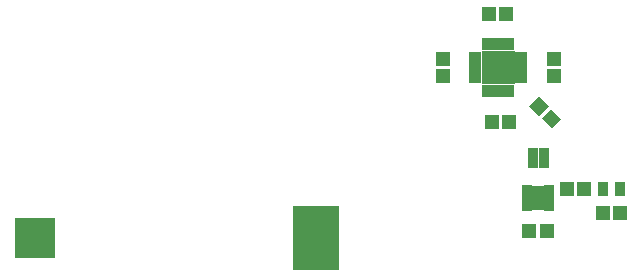
<source format=gts>
G04 #@! TF.FileFunction,Soldermask,Top*
%FSLAX46Y46*%
G04 Gerber Fmt 4.6, Leading zero omitted, Abs format (unit mm)*
G04 Created by KiCad (PCBNEW 4.0.5+dfsg1-4) date Mon Nov 20 15:47:14 2017*
%MOMM*%
%LPD*%
G01*
G04 APERTURE LIST*
%ADD10C,0.100000*%
%ADD11R,1.130000X0.700000*%
%ADD12R,0.700000X1.130000*%
%ADD13R,1.650000X1.650000*%
%ADD14R,1.197560X1.197560*%
%ADD15R,1.200000X1.150000*%
%ADD16R,0.900000X1.300000*%
%ADD17R,0.900000X0.700000*%
%ADD18R,1.460000X1.280000*%
%ADD19R,3.900000X5.400000*%
%ADD20R,3.400000X3.400000*%
%ADD21R,0.900000X0.650000*%
G04 APERTURE END LIST*
D10*
D11*
X150248000Y-95504000D03*
X150248000Y-96004000D03*
X150248000Y-96504000D03*
X150248000Y-97004000D03*
X150248000Y-97504000D03*
D12*
X151213000Y-98469000D03*
X151713000Y-98469000D03*
X152213000Y-98469000D03*
X152713000Y-98469000D03*
X153213000Y-98469000D03*
D11*
X154178000Y-97504000D03*
X154178000Y-97004000D03*
X154178000Y-96504000D03*
X154178000Y-96004000D03*
X154178000Y-95504000D03*
D12*
X153213000Y-94539000D03*
X152713000Y-94539000D03*
X152213000Y-94539000D03*
X151713000Y-94539000D03*
X151213000Y-94539000D03*
D13*
X152838000Y-97129000D03*
X152838000Y-95879000D03*
X151588000Y-97129000D03*
X151588000Y-95879000D03*
D10*
G36*
X154826490Y-99759662D02*
X155639662Y-98946490D01*
X156488190Y-99795018D01*
X155675018Y-100608190D01*
X154826490Y-99759662D01*
X154826490Y-99759662D01*
G37*
G36*
X155887150Y-100820322D02*
X156700322Y-100007150D01*
X157548850Y-100855678D01*
X156735678Y-101668850D01*
X155887150Y-100820322D01*
X155887150Y-100820322D01*
G37*
D14*
X156972000Y-97269300D03*
X156972000Y-95770700D03*
X151650700Y-101092000D03*
X153149300Y-101092000D03*
X147574000Y-95770700D03*
X147574000Y-97269300D03*
X152895300Y-91948000D03*
X151396700Y-91948000D03*
D15*
X154825000Y-110363000D03*
X156325000Y-110363000D03*
X159500000Y-106807000D03*
X158000000Y-106807000D03*
X162548000Y-108839000D03*
X161048000Y-108839000D03*
D16*
X162548000Y-106807000D03*
X161048000Y-106807000D03*
D17*
X154686000Y-106807000D03*
X154686000Y-107307000D03*
X154686000Y-107807000D03*
X154686000Y-108307000D03*
X156486000Y-108307000D03*
X156486000Y-107807000D03*
X156486000Y-107307000D03*
X156486000Y-106807000D03*
D18*
X155586000Y-107997000D03*
X155586000Y-107117000D03*
D19*
X136780000Y-110904000D03*
D20*
X113030000Y-110904000D03*
D21*
X155194000Y-103648000D03*
X155194000Y-104148000D03*
X155194000Y-104648000D03*
X156094000Y-103648000D03*
X156094000Y-104148000D03*
X156094000Y-104648000D03*
M02*

</source>
